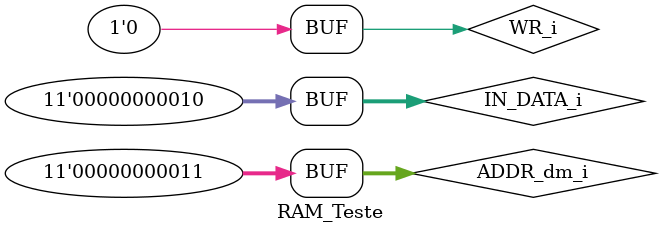
<source format=v>
`timescale 10 ns / 10 ns

module RAM_Teste;

//Inputs
reg WR_i;
reg [10:0] ADDR_dm_i;
reg [10:0] IN_DATA_i;

//Outputs
wire [10:0] OUT_DATA_o;

RAM DUT(WR_i, ADDR_dm_i, IN_DATA_i,OUT_DATA_o);
initial
	begin

	WR_i = 1'b0; ADDR_dm_i = 11'b0; IN_DATA_i = 11'b0;
	
	#10 ADDR_dm_i = 11'b1; // Atualize saída para 701

	#10 WR_i = 1'b1; // Posição 1 da memória recebe 0
 
	#10 WR_i = 1'b0; //Atualizar saída
	
	#10 WR_i = 1'b1; IN_DATA_i = 11'b10; // Posição 1 da memória recebe 2 E Atualiza saída 2

	#10 WR_i = 1'b0; //Atualizar saída
	
	#10 ADDR_dm_i = 11'b11; //Atualiza saída para 11
	
	end
endmodule 
</source>
